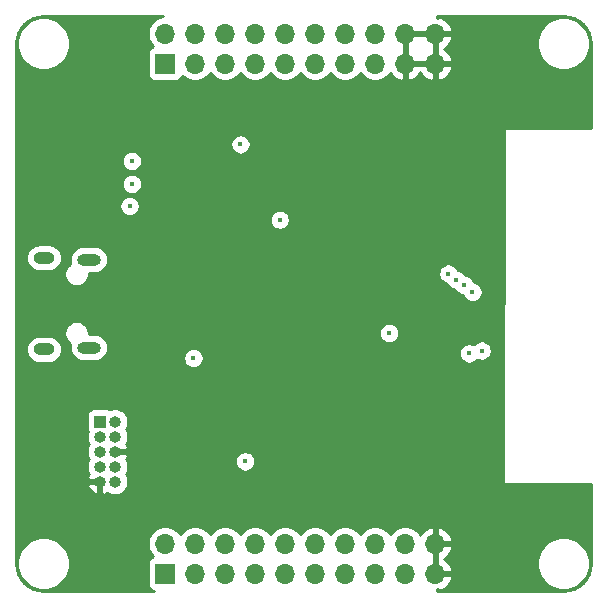
<source format=gbr>
%TF.GenerationSoftware,KiCad,Pcbnew,(5.1.12-1-10_14)*%
%TF.CreationDate,2022-01-30T11:35:25+08:00*%
%TF.ProjectId,bl600-sa-devboard,626c3630-302d-4736-912d-646576626f61,rev?*%
%TF.SameCoordinates,Original*%
%TF.FileFunction,Copper,L2,Inr*%
%TF.FilePolarity,Positive*%
%FSLAX46Y46*%
G04 Gerber Fmt 4.6, Leading zero omitted, Abs format (unit mm)*
G04 Created by KiCad (PCBNEW (5.1.12-1-10_14)) date 2022-01-30 11:35:25*
%MOMM*%
%LPD*%
G01*
G04 APERTURE LIST*
%TA.AperFunction,ComponentPad*%
%ADD10O,1.700000X1.700000*%
%TD*%
%TA.AperFunction,ComponentPad*%
%ADD11R,1.700000X1.700000*%
%TD*%
%TA.AperFunction,ComponentPad*%
%ADD12O,1.800000X1.000000*%
%TD*%
%TA.AperFunction,ComponentPad*%
%ADD13O,2.000000X1.000000*%
%TD*%
%TA.AperFunction,ComponentPad*%
%ADD14O,1.000000X1.000000*%
%TD*%
%TA.AperFunction,ComponentPad*%
%ADD15R,1.000000X1.000000*%
%TD*%
%TA.AperFunction,ViaPad*%
%ADD16C,0.450000*%
%TD*%
%TA.AperFunction,Conductor*%
%ADD17C,0.254000*%
%TD*%
%TA.AperFunction,Conductor*%
%ADD18C,0.100000*%
%TD*%
G04 APERTURE END LIST*
D10*
%TO.N,GND*%
%TO.C,J3*%
X136150000Y-52140000D03*
X136150000Y-54680000D03*
X133610000Y-52140000D03*
X133610000Y-54680000D03*
%TO.N,IO_17*%
X131070000Y-52140000D03*
%TO.N,IO_18*%
X131070000Y-54680000D03*
%TO.N,IO_19*%
X128530000Y-52140000D03*
%TO.N,IO_20*%
X128530000Y-54680000D03*
%TO.N,IO_21*%
X125990000Y-52140000D03*
%TO.N,IO_22*%
X125990000Y-54680000D03*
%TO.N,IO_23*%
X123450000Y-52140000D03*
%TO.N,IO_24*%
X123450000Y-54680000D03*
%TO.N,IO_25*%
X120910000Y-52140000D03*
%TO.N,IO_26*%
X120910000Y-54680000D03*
%TO.N,IO_27*%
X118370000Y-52140000D03*
%TO.N,IO_28*%
X118370000Y-54680000D03*
%TO.N,IO_29*%
X115830000Y-52140000D03*
%TO.N,IO_30*%
X115830000Y-54680000D03*
%TO.N,+3V3*%
X113290000Y-52140000D03*
D11*
X113290000Y-54680000D03*
%TD*%
D10*
%TO.N,GND*%
%TO.C,J2*%
X136150000Y-95320000D03*
X136150000Y-97860000D03*
%TO.N,IO_16*%
X133610000Y-95320000D03*
%TO.N,IO_15*%
X133610000Y-97860000D03*
%TO.N,IO_14*%
X131070000Y-95320000D03*
%TO.N,IO_13*%
X131070000Y-97860000D03*
%TO.N,IO_12*%
X128530000Y-95320000D03*
%TO.N,IO_11*%
X128530000Y-97860000D03*
%TO.N,IO_10*%
X125990000Y-95320000D03*
%TO.N,IO_9*%
X125990000Y-97860000D03*
%TO.N,IO_8*%
X123450000Y-95320000D03*
%TO.N,IO_7*%
X123450000Y-97860000D03*
%TO.N,IO_6*%
X120910000Y-95320000D03*
%TO.N,IO_5*%
X120910000Y-97860000D03*
%TO.N,IO_4*%
X118370000Y-95320000D03*
%TO.N,IO_3*%
X118370000Y-97860000D03*
%TO.N,IO_2*%
X115830000Y-95320000D03*
%TO.N,IO_1*%
X115830000Y-97860000D03*
%TO.N,IO_0*%
X113290000Y-95320000D03*
D11*
%TO.N,+3V3*%
X113290000Y-97860000D03*
%TD*%
D12*
%TO.N,Net-(J1-Pad0)*%
%TO.C,J1*%
X103050000Y-78875000D03*
X103050000Y-71125000D03*
D13*
X106850000Y-78725000D03*
X106850000Y-71275000D03*
%TD*%
D14*
%TO.N,GND*%
%TO.C,CON1*%
X107775000Y-90080000D03*
%TO.N,IO_4*%
X109045000Y-90080000D03*
%TO.N,SWCLK*%
X107775000Y-88810000D03*
%TO.N,IO_5*%
X109045000Y-88810000D03*
%TO.N,SWDIO*%
X107775000Y-87540000D03*
%TO.N,GND*%
X109045000Y-87540000D03*
%TO.N,+3V3*%
X107775000Y-86270000D03*
%TO.N,N/C*%
X109045000Y-86270000D03*
X109045000Y-85000000D03*
D15*
X107775000Y-85000000D03*
%TD*%
D16*
%TO.N,GND*%
X140600000Y-88630000D03*
X109240000Y-77050000D03*
X134960000Y-77350000D03*
X129320000Y-87490000D03*
X108830000Y-55140000D03*
X109770000Y-56460000D03*
X110400000Y-58440000D03*
X114640000Y-56830000D03*
X123830000Y-63680000D03*
X126190000Y-64920000D03*
X122970000Y-69430000D03*
X123570000Y-66600000D03*
X126460000Y-68030000D03*
X123570000Y-71920000D03*
X129590000Y-65950000D03*
X128340000Y-66980000D03*
X117600000Y-69910000D03*
X112450000Y-74850000D03*
X113610000Y-76610000D03*
X114900000Y-72610000D03*
X111030000Y-72350000D03*
X114510000Y-85670000D03*
X113810000Y-82840000D03*
X103030000Y-82910000D03*
X102390000Y-87400000D03*
X103740000Y-90670000D03*
X104440000Y-86050000D03*
X101680000Y-84960000D03*
X140430000Y-62320000D03*
X136390000Y-58400000D03*
X138120000Y-60330000D03*
X139790000Y-96320000D03*
X139850000Y-98690000D03*
X108290000Y-95670000D03*
X108030000Y-97920000D03*
X122530000Y-81050000D03*
%TO.N,+3V3*%
X110470000Y-64870000D03*
X110280000Y-66720000D03*
X110470000Y-62930000D03*
X132260000Y-77510000D03*
X122990000Y-67900000D03*
%TO.N,SWCLK*%
X140090000Y-78980000D03*
%TO.N,SWDIO*%
X139040000Y-79220000D03*
X115680000Y-79630000D03*
%TO.N,IO_16*%
X120060000Y-88360000D03*
%TO.N,IO_17*%
X139310000Y-74040000D03*
X119670000Y-61530000D03*
%TO.N,IO_18*%
X138620000Y-73440000D03*
%TO.N,IO_19*%
X137930000Y-72980000D03*
%TO.N,IO_20*%
X137270000Y-72460000D03*
%TD*%
D17*
%TO.N,GND*%
X112856842Y-50712068D02*
X112586589Y-50824010D01*
X112343368Y-50986525D01*
X112136525Y-51193368D01*
X111974010Y-51436589D01*
X111862068Y-51706842D01*
X111805000Y-51993740D01*
X111805000Y-52286260D01*
X111862068Y-52573158D01*
X111974010Y-52843411D01*
X112136525Y-53086632D01*
X112268380Y-53218487D01*
X112195820Y-53240498D01*
X112085506Y-53299463D01*
X111988815Y-53378815D01*
X111909463Y-53475506D01*
X111850498Y-53585820D01*
X111814188Y-53705518D01*
X111801928Y-53830000D01*
X111801928Y-55530000D01*
X111814188Y-55654482D01*
X111850498Y-55774180D01*
X111909463Y-55884494D01*
X111988815Y-55981185D01*
X112085506Y-56060537D01*
X112195820Y-56119502D01*
X112315518Y-56155812D01*
X112440000Y-56168072D01*
X114140000Y-56168072D01*
X114264482Y-56155812D01*
X114384180Y-56119502D01*
X114494494Y-56060537D01*
X114591185Y-55981185D01*
X114670537Y-55884494D01*
X114729502Y-55774180D01*
X114751513Y-55701620D01*
X114883368Y-55833475D01*
X115126589Y-55995990D01*
X115396842Y-56107932D01*
X115683740Y-56165000D01*
X115976260Y-56165000D01*
X116263158Y-56107932D01*
X116533411Y-55995990D01*
X116776632Y-55833475D01*
X116983475Y-55626632D01*
X117100000Y-55452240D01*
X117216525Y-55626632D01*
X117423368Y-55833475D01*
X117666589Y-55995990D01*
X117936842Y-56107932D01*
X118223740Y-56165000D01*
X118516260Y-56165000D01*
X118803158Y-56107932D01*
X119073411Y-55995990D01*
X119316632Y-55833475D01*
X119523475Y-55626632D01*
X119640000Y-55452240D01*
X119756525Y-55626632D01*
X119963368Y-55833475D01*
X120206589Y-55995990D01*
X120476842Y-56107932D01*
X120763740Y-56165000D01*
X121056260Y-56165000D01*
X121343158Y-56107932D01*
X121613411Y-55995990D01*
X121856632Y-55833475D01*
X122063475Y-55626632D01*
X122180000Y-55452240D01*
X122296525Y-55626632D01*
X122503368Y-55833475D01*
X122746589Y-55995990D01*
X123016842Y-56107932D01*
X123303740Y-56165000D01*
X123596260Y-56165000D01*
X123883158Y-56107932D01*
X124153411Y-55995990D01*
X124396632Y-55833475D01*
X124603475Y-55626632D01*
X124720000Y-55452240D01*
X124836525Y-55626632D01*
X125043368Y-55833475D01*
X125286589Y-55995990D01*
X125556842Y-56107932D01*
X125843740Y-56165000D01*
X126136260Y-56165000D01*
X126423158Y-56107932D01*
X126693411Y-55995990D01*
X126936632Y-55833475D01*
X127143475Y-55626632D01*
X127260000Y-55452240D01*
X127376525Y-55626632D01*
X127583368Y-55833475D01*
X127826589Y-55995990D01*
X128096842Y-56107932D01*
X128383740Y-56165000D01*
X128676260Y-56165000D01*
X128963158Y-56107932D01*
X129233411Y-55995990D01*
X129476632Y-55833475D01*
X129683475Y-55626632D01*
X129800000Y-55452240D01*
X129916525Y-55626632D01*
X130123368Y-55833475D01*
X130366589Y-55995990D01*
X130636842Y-56107932D01*
X130923740Y-56165000D01*
X131216260Y-56165000D01*
X131503158Y-56107932D01*
X131773411Y-55995990D01*
X132016632Y-55833475D01*
X132223475Y-55626632D01*
X132345195Y-55444466D01*
X132414822Y-55561355D01*
X132609731Y-55777588D01*
X132843080Y-55951641D01*
X133105901Y-56076825D01*
X133253110Y-56121476D01*
X133483000Y-56000155D01*
X133483000Y-54807000D01*
X133737000Y-54807000D01*
X133737000Y-56000155D01*
X133966890Y-56121476D01*
X134114099Y-56076825D01*
X134376920Y-55951641D01*
X134610269Y-55777588D01*
X134805178Y-55561355D01*
X134880000Y-55435745D01*
X134954822Y-55561355D01*
X135149731Y-55777588D01*
X135383080Y-55951641D01*
X135645901Y-56076825D01*
X135793110Y-56121476D01*
X136023000Y-56000155D01*
X136023000Y-54807000D01*
X136277000Y-54807000D01*
X136277000Y-56000155D01*
X136506890Y-56121476D01*
X136654099Y-56076825D01*
X136916920Y-55951641D01*
X137150269Y-55777588D01*
X137345178Y-55561355D01*
X137494157Y-55311252D01*
X137591481Y-55036891D01*
X137470814Y-54807000D01*
X136277000Y-54807000D01*
X136023000Y-54807000D01*
X133737000Y-54807000D01*
X133483000Y-54807000D01*
X133463000Y-54807000D01*
X133463000Y-54553000D01*
X133483000Y-54553000D01*
X133483000Y-52267000D01*
X133737000Y-52267000D01*
X133737000Y-54553000D01*
X136023000Y-54553000D01*
X136023000Y-52267000D01*
X136277000Y-52267000D01*
X136277000Y-54553000D01*
X137470814Y-54553000D01*
X137591481Y-54323109D01*
X137494157Y-54048748D01*
X137345178Y-53798645D01*
X137150269Y-53582412D01*
X136919120Y-53410000D01*
X137150269Y-53237588D01*
X137345178Y-53021355D01*
X137489022Y-52779872D01*
X144765000Y-52779872D01*
X144765000Y-53220128D01*
X144850890Y-53651925D01*
X145019369Y-54058669D01*
X145263962Y-54424729D01*
X145575271Y-54736038D01*
X145941331Y-54980631D01*
X146348075Y-55149110D01*
X146779872Y-55235000D01*
X147220128Y-55235000D01*
X147651925Y-55149110D01*
X148058669Y-54980631D01*
X148424729Y-54736038D01*
X148736038Y-54424729D01*
X148980631Y-54058669D01*
X149149110Y-53651925D01*
X149235000Y-53220128D01*
X149235000Y-52779872D01*
X149149110Y-52348075D01*
X148980631Y-51941331D01*
X148736038Y-51575271D01*
X148424729Y-51263962D01*
X148058669Y-51019369D01*
X147651925Y-50850890D01*
X147220128Y-50765000D01*
X146779872Y-50765000D01*
X146348075Y-50850890D01*
X145941331Y-51019369D01*
X145575271Y-51263962D01*
X145263962Y-51575271D01*
X145019369Y-51941331D01*
X144850890Y-52348075D01*
X144765000Y-52779872D01*
X137489022Y-52779872D01*
X137494157Y-52771252D01*
X137591481Y-52496891D01*
X137470814Y-52267000D01*
X136277000Y-52267000D01*
X136023000Y-52267000D01*
X133737000Y-52267000D01*
X133483000Y-52267000D01*
X133463000Y-52267000D01*
X133463000Y-52013000D01*
X133483000Y-52013000D01*
X133483000Y-51993000D01*
X133737000Y-51993000D01*
X133737000Y-52013000D01*
X136023000Y-52013000D01*
X136023000Y-51993000D01*
X136277000Y-51993000D01*
X136277000Y-52013000D01*
X137470814Y-52013000D01*
X137591481Y-51783109D01*
X137494157Y-51508748D01*
X137345178Y-51258645D01*
X137150269Y-51042412D01*
X136916920Y-50868359D01*
X136654099Y-50743175D01*
X136506890Y-50698524D01*
X136277002Y-50819844D01*
X136277002Y-50660000D01*
X146967721Y-50660000D01*
X147453893Y-50707670D01*
X147890498Y-50839489D01*
X148293185Y-51053600D01*
X148646612Y-51341848D01*
X148937327Y-51693261D01*
X149154242Y-52094439D01*
X149289106Y-52530113D01*
X149340000Y-53014344D01*
X149340000Y-60152146D01*
X142112047Y-60152146D01*
X142087688Y-60154504D01*
X142063840Y-60161651D01*
X142041844Y-60173314D01*
X142022546Y-60189043D01*
X142006687Y-60208235D01*
X141994878Y-60230152D01*
X141987571Y-60253952D01*
X141985048Y-60278721D01*
X141885048Y-90128721D01*
X141887536Y-90154168D01*
X141894810Y-90177978D01*
X141906589Y-90199911D01*
X141922421Y-90219125D01*
X141941698Y-90234881D01*
X141963677Y-90246574D01*
X141987516Y-90253754D01*
X142012297Y-90256146D01*
X149340001Y-90241721D01*
X149340001Y-96967711D01*
X149292330Y-97453894D01*
X149160512Y-97890497D01*
X148946399Y-98293186D01*
X148658150Y-98646613D01*
X148306739Y-98937327D01*
X147905564Y-99154240D01*
X147469886Y-99289106D01*
X146985664Y-99340000D01*
X136277002Y-99340000D01*
X136277002Y-99180156D01*
X136506890Y-99301476D01*
X136654099Y-99256825D01*
X136916920Y-99131641D01*
X137150269Y-98957588D01*
X137345178Y-98741355D01*
X137494157Y-98491252D01*
X137591481Y-98216891D01*
X137470814Y-97987000D01*
X136277000Y-97987000D01*
X136277000Y-98007000D01*
X136023000Y-98007000D01*
X136023000Y-97987000D01*
X136003000Y-97987000D01*
X136003000Y-97733000D01*
X136023000Y-97733000D01*
X136023000Y-95447000D01*
X136277000Y-95447000D01*
X136277000Y-97733000D01*
X137470814Y-97733000D01*
X137591481Y-97503109D01*
X137494157Y-97228748D01*
X137345178Y-96978645D01*
X137166008Y-96779872D01*
X144765000Y-96779872D01*
X144765000Y-97220128D01*
X144850890Y-97651925D01*
X145019369Y-98058669D01*
X145263962Y-98424729D01*
X145575271Y-98736038D01*
X145941331Y-98980631D01*
X146348075Y-99149110D01*
X146779872Y-99235000D01*
X147220128Y-99235000D01*
X147651925Y-99149110D01*
X148058669Y-98980631D01*
X148424729Y-98736038D01*
X148736038Y-98424729D01*
X148980631Y-98058669D01*
X149149110Y-97651925D01*
X149235000Y-97220128D01*
X149235000Y-96779872D01*
X149149110Y-96348075D01*
X148980631Y-95941331D01*
X148736038Y-95575271D01*
X148424729Y-95263962D01*
X148058669Y-95019369D01*
X147651925Y-94850890D01*
X147220128Y-94765000D01*
X146779872Y-94765000D01*
X146348075Y-94850890D01*
X145941331Y-95019369D01*
X145575271Y-95263962D01*
X145263962Y-95575271D01*
X145019369Y-95941331D01*
X144850890Y-96348075D01*
X144765000Y-96779872D01*
X137166008Y-96779872D01*
X137150269Y-96762412D01*
X136919120Y-96590000D01*
X137150269Y-96417588D01*
X137345178Y-96201355D01*
X137494157Y-95951252D01*
X137591481Y-95676891D01*
X137470814Y-95447000D01*
X136277000Y-95447000D01*
X136023000Y-95447000D01*
X136003000Y-95447000D01*
X136003000Y-95193000D01*
X136023000Y-95193000D01*
X136023000Y-93999845D01*
X136277000Y-93999845D01*
X136277000Y-95193000D01*
X137470814Y-95193000D01*
X137591481Y-94963109D01*
X137494157Y-94688748D01*
X137345178Y-94438645D01*
X137150269Y-94222412D01*
X136916920Y-94048359D01*
X136654099Y-93923175D01*
X136506890Y-93878524D01*
X136277000Y-93999845D01*
X136023000Y-93999845D01*
X135793110Y-93878524D01*
X135645901Y-93923175D01*
X135383080Y-94048359D01*
X135149731Y-94222412D01*
X134954822Y-94438645D01*
X134885195Y-94555534D01*
X134763475Y-94373368D01*
X134556632Y-94166525D01*
X134313411Y-94004010D01*
X134043158Y-93892068D01*
X133756260Y-93835000D01*
X133463740Y-93835000D01*
X133176842Y-93892068D01*
X132906589Y-94004010D01*
X132663368Y-94166525D01*
X132456525Y-94373368D01*
X132340000Y-94547760D01*
X132223475Y-94373368D01*
X132016632Y-94166525D01*
X131773411Y-94004010D01*
X131503158Y-93892068D01*
X131216260Y-93835000D01*
X130923740Y-93835000D01*
X130636842Y-93892068D01*
X130366589Y-94004010D01*
X130123368Y-94166525D01*
X129916525Y-94373368D01*
X129800000Y-94547760D01*
X129683475Y-94373368D01*
X129476632Y-94166525D01*
X129233411Y-94004010D01*
X128963158Y-93892068D01*
X128676260Y-93835000D01*
X128383740Y-93835000D01*
X128096842Y-93892068D01*
X127826589Y-94004010D01*
X127583368Y-94166525D01*
X127376525Y-94373368D01*
X127260000Y-94547760D01*
X127143475Y-94373368D01*
X126936632Y-94166525D01*
X126693411Y-94004010D01*
X126423158Y-93892068D01*
X126136260Y-93835000D01*
X125843740Y-93835000D01*
X125556842Y-93892068D01*
X125286589Y-94004010D01*
X125043368Y-94166525D01*
X124836525Y-94373368D01*
X124720000Y-94547760D01*
X124603475Y-94373368D01*
X124396632Y-94166525D01*
X124153411Y-94004010D01*
X123883158Y-93892068D01*
X123596260Y-93835000D01*
X123303740Y-93835000D01*
X123016842Y-93892068D01*
X122746589Y-94004010D01*
X122503368Y-94166525D01*
X122296525Y-94373368D01*
X122180000Y-94547760D01*
X122063475Y-94373368D01*
X121856632Y-94166525D01*
X121613411Y-94004010D01*
X121343158Y-93892068D01*
X121056260Y-93835000D01*
X120763740Y-93835000D01*
X120476842Y-93892068D01*
X120206589Y-94004010D01*
X119963368Y-94166525D01*
X119756525Y-94373368D01*
X119640000Y-94547760D01*
X119523475Y-94373368D01*
X119316632Y-94166525D01*
X119073411Y-94004010D01*
X118803158Y-93892068D01*
X118516260Y-93835000D01*
X118223740Y-93835000D01*
X117936842Y-93892068D01*
X117666589Y-94004010D01*
X117423368Y-94166525D01*
X117216525Y-94373368D01*
X117100000Y-94547760D01*
X116983475Y-94373368D01*
X116776632Y-94166525D01*
X116533411Y-94004010D01*
X116263158Y-93892068D01*
X115976260Y-93835000D01*
X115683740Y-93835000D01*
X115396842Y-93892068D01*
X115126589Y-94004010D01*
X114883368Y-94166525D01*
X114676525Y-94373368D01*
X114560000Y-94547760D01*
X114443475Y-94373368D01*
X114236632Y-94166525D01*
X113993411Y-94004010D01*
X113723158Y-93892068D01*
X113436260Y-93835000D01*
X113143740Y-93835000D01*
X112856842Y-93892068D01*
X112586589Y-94004010D01*
X112343368Y-94166525D01*
X112136525Y-94373368D01*
X111974010Y-94616589D01*
X111862068Y-94886842D01*
X111805000Y-95173740D01*
X111805000Y-95466260D01*
X111862068Y-95753158D01*
X111974010Y-96023411D01*
X112136525Y-96266632D01*
X112268380Y-96398487D01*
X112195820Y-96420498D01*
X112085506Y-96479463D01*
X111988815Y-96558815D01*
X111909463Y-96655506D01*
X111850498Y-96765820D01*
X111814188Y-96885518D01*
X111801928Y-97010000D01*
X111801928Y-98710000D01*
X111814188Y-98834482D01*
X111850498Y-98954180D01*
X111909463Y-99064494D01*
X111988815Y-99161185D01*
X112085506Y-99240537D01*
X112195820Y-99299502D01*
X112315518Y-99335812D01*
X112358041Y-99340000D01*
X103032279Y-99340000D01*
X102546106Y-99292330D01*
X102109503Y-99160512D01*
X101706814Y-98946399D01*
X101353387Y-98658150D01*
X101062673Y-98306739D01*
X100845760Y-97905564D01*
X100710894Y-97469886D01*
X100660000Y-96985664D01*
X100660000Y-96779872D01*
X100765000Y-96779872D01*
X100765000Y-97220128D01*
X100850890Y-97651925D01*
X101019369Y-98058669D01*
X101263962Y-98424729D01*
X101575271Y-98736038D01*
X101941331Y-98980631D01*
X102348075Y-99149110D01*
X102779872Y-99235000D01*
X103220128Y-99235000D01*
X103651925Y-99149110D01*
X104058669Y-98980631D01*
X104424729Y-98736038D01*
X104736038Y-98424729D01*
X104980631Y-98058669D01*
X105149110Y-97651925D01*
X105235000Y-97220128D01*
X105235000Y-96779872D01*
X105149110Y-96348075D01*
X104980631Y-95941331D01*
X104736038Y-95575271D01*
X104424729Y-95263962D01*
X104058669Y-95019369D01*
X103651925Y-94850890D01*
X103220128Y-94765000D01*
X102779872Y-94765000D01*
X102348075Y-94850890D01*
X101941331Y-95019369D01*
X101575271Y-95263962D01*
X101263962Y-95575271D01*
X101019369Y-95941331D01*
X100850890Y-96348075D01*
X100765000Y-96779872D01*
X100660000Y-96779872D01*
X100660000Y-90381874D01*
X106680881Y-90381874D01*
X106697554Y-90436864D01*
X106787877Y-90640206D01*
X106916135Y-90822020D01*
X107077399Y-90975318D01*
X107265471Y-91094210D01*
X107473124Y-91174126D01*
X107648000Y-91049129D01*
X107648000Y-90207000D01*
X106807046Y-90207000D01*
X106680881Y-90381874D01*
X100660000Y-90381874D01*
X100660000Y-84500000D01*
X106636928Y-84500000D01*
X106636928Y-85500000D01*
X106649188Y-85624482D01*
X106685498Y-85744180D01*
X106729888Y-85827226D01*
X106683617Y-85938933D01*
X106640000Y-86158212D01*
X106640000Y-86381788D01*
X106683617Y-86601067D01*
X106769176Y-86807624D01*
X106834241Y-86905000D01*
X106769176Y-87002376D01*
X106683617Y-87208933D01*
X106640000Y-87428212D01*
X106640000Y-87651788D01*
X106683617Y-87871067D01*
X106769176Y-88077624D01*
X106834241Y-88175000D01*
X106769176Y-88272376D01*
X106683617Y-88478933D01*
X106640000Y-88698212D01*
X106640000Y-88921788D01*
X106683617Y-89141067D01*
X106769176Y-89347624D01*
X106837353Y-89449658D01*
X106787877Y-89519794D01*
X106697554Y-89723136D01*
X106680881Y-89778126D01*
X106807046Y-89953000D01*
X107648000Y-89953000D01*
X107648000Y-89941974D01*
X107663212Y-89945000D01*
X107886788Y-89945000D01*
X107902000Y-89941974D01*
X107902000Y-89953000D01*
X107913026Y-89953000D01*
X107910000Y-89968212D01*
X107910000Y-90191788D01*
X107913026Y-90207000D01*
X107902000Y-90207000D01*
X107902000Y-91049129D01*
X108076876Y-91174126D01*
X108284529Y-91094210D01*
X108405488Y-91017744D01*
X108507376Y-91085824D01*
X108713933Y-91171383D01*
X108933212Y-91215000D01*
X109156788Y-91215000D01*
X109376067Y-91171383D01*
X109582624Y-91085824D01*
X109768520Y-90961612D01*
X109926612Y-90803520D01*
X110050824Y-90617624D01*
X110136383Y-90411067D01*
X110180000Y-90191788D01*
X110180000Y-89968212D01*
X110136383Y-89748933D01*
X110050824Y-89542376D01*
X109985759Y-89445000D01*
X110050824Y-89347624D01*
X110136383Y-89141067D01*
X110180000Y-88921788D01*
X110180000Y-88698212D01*
X110136383Y-88478933D01*
X110052034Y-88275297D01*
X119200000Y-88275297D01*
X119200000Y-88444703D01*
X119233049Y-88610853D01*
X119297878Y-88767363D01*
X119391995Y-88908218D01*
X119511782Y-89028005D01*
X119652637Y-89122122D01*
X119809147Y-89186951D01*
X119975297Y-89220000D01*
X120144703Y-89220000D01*
X120310853Y-89186951D01*
X120467363Y-89122122D01*
X120608218Y-89028005D01*
X120728005Y-88908218D01*
X120822122Y-88767363D01*
X120886951Y-88610853D01*
X120920000Y-88444703D01*
X120920000Y-88275297D01*
X120886951Y-88109147D01*
X120822122Y-87952637D01*
X120728005Y-87811782D01*
X120608218Y-87691995D01*
X120467363Y-87597878D01*
X120310853Y-87533049D01*
X120144703Y-87500000D01*
X119975297Y-87500000D01*
X119809147Y-87533049D01*
X119652637Y-87597878D01*
X119511782Y-87691995D01*
X119391995Y-87811782D01*
X119297878Y-87952637D01*
X119233049Y-88109147D01*
X119200000Y-88275297D01*
X110052034Y-88275297D01*
X110050824Y-88272376D01*
X109982647Y-88170342D01*
X110032123Y-88100206D01*
X110122446Y-87896864D01*
X110139119Y-87841874D01*
X110012954Y-87667000D01*
X109172000Y-87667000D01*
X109172000Y-87678026D01*
X109156788Y-87675000D01*
X108933212Y-87675000D01*
X108918000Y-87678026D01*
X108918000Y-87667000D01*
X108906974Y-87667000D01*
X108910000Y-87651788D01*
X108910000Y-87428212D01*
X108906974Y-87413000D01*
X108918000Y-87413000D01*
X108918000Y-87401974D01*
X108933212Y-87405000D01*
X109156788Y-87405000D01*
X109172000Y-87401974D01*
X109172000Y-87413000D01*
X110012954Y-87413000D01*
X110139119Y-87238126D01*
X110122446Y-87183136D01*
X110032123Y-86979794D01*
X109982647Y-86909658D01*
X110050824Y-86807624D01*
X110136383Y-86601067D01*
X110180000Y-86381788D01*
X110180000Y-86158212D01*
X110136383Y-85938933D01*
X110050824Y-85732376D01*
X109985759Y-85635000D01*
X110050824Y-85537624D01*
X110136383Y-85331067D01*
X110180000Y-85111788D01*
X110180000Y-84888212D01*
X110136383Y-84668933D01*
X110050824Y-84462376D01*
X109926612Y-84276480D01*
X109768520Y-84118388D01*
X109582624Y-83994176D01*
X109376067Y-83908617D01*
X109156788Y-83865000D01*
X108933212Y-83865000D01*
X108713933Y-83908617D01*
X108602226Y-83954888D01*
X108519180Y-83910498D01*
X108399482Y-83874188D01*
X108275000Y-83861928D01*
X107275000Y-83861928D01*
X107150518Y-83874188D01*
X107030820Y-83910498D01*
X106920506Y-83969463D01*
X106823815Y-84048815D01*
X106744463Y-84145506D01*
X106685498Y-84255820D01*
X106649188Y-84375518D01*
X106636928Y-84500000D01*
X100660000Y-84500000D01*
X100660000Y-78875000D01*
X101509509Y-78875000D01*
X101531423Y-79097499D01*
X101596324Y-79311447D01*
X101701716Y-79508623D01*
X101843551Y-79681449D01*
X102016377Y-79823284D01*
X102213553Y-79928676D01*
X102427501Y-79993577D01*
X102594248Y-80010000D01*
X103505752Y-80010000D01*
X103672499Y-79993577D01*
X103886447Y-79928676D01*
X104083623Y-79823284D01*
X104256449Y-79681449D01*
X104398284Y-79508623D01*
X104503676Y-79311447D01*
X104568577Y-79097499D01*
X104590491Y-78875000D01*
X104568577Y-78652501D01*
X104503676Y-78438553D01*
X104398284Y-78241377D01*
X104256449Y-78068551D01*
X104083623Y-77926716D01*
X103886447Y-77821324D01*
X103672499Y-77756423D01*
X103505752Y-77740000D01*
X102594248Y-77740000D01*
X102427501Y-77756423D01*
X102213553Y-77821324D01*
X102016377Y-77926716D01*
X101843551Y-78068551D01*
X101701716Y-78241377D01*
X101596324Y-78438553D01*
X101531423Y-78652501D01*
X101509509Y-78875000D01*
X100660000Y-78875000D01*
X100660000Y-77398061D01*
X104765000Y-77398061D01*
X104765000Y-77601939D01*
X104804774Y-77801898D01*
X104882795Y-77990256D01*
X104996063Y-78159774D01*
X105140226Y-78303937D01*
X105266136Y-78388067D01*
X105231423Y-78502501D01*
X105209509Y-78725000D01*
X105231423Y-78947499D01*
X105296324Y-79161447D01*
X105401716Y-79358623D01*
X105543551Y-79531449D01*
X105716377Y-79673284D01*
X105913553Y-79778676D01*
X106127501Y-79843577D01*
X106294248Y-79860000D01*
X107405752Y-79860000D01*
X107572499Y-79843577D01*
X107786447Y-79778676D01*
X107983623Y-79673284D01*
X108139575Y-79545297D01*
X114820000Y-79545297D01*
X114820000Y-79714703D01*
X114853049Y-79880853D01*
X114917878Y-80037363D01*
X115011995Y-80178218D01*
X115131782Y-80298005D01*
X115272637Y-80392122D01*
X115429147Y-80456951D01*
X115595297Y-80490000D01*
X115764703Y-80490000D01*
X115930853Y-80456951D01*
X116087363Y-80392122D01*
X116228218Y-80298005D01*
X116348005Y-80178218D01*
X116442122Y-80037363D01*
X116506951Y-79880853D01*
X116540000Y-79714703D01*
X116540000Y-79545297D01*
X116506951Y-79379147D01*
X116442122Y-79222637D01*
X116383763Y-79135297D01*
X138180000Y-79135297D01*
X138180000Y-79304703D01*
X138213049Y-79470853D01*
X138277878Y-79627363D01*
X138371995Y-79768218D01*
X138491782Y-79888005D01*
X138632637Y-79982122D01*
X138789147Y-80046951D01*
X138955297Y-80080000D01*
X139124703Y-80080000D01*
X139290853Y-80046951D01*
X139447363Y-79982122D01*
X139588218Y-79888005D01*
X139708005Y-79768218D01*
X139716163Y-79756009D01*
X139839147Y-79806951D01*
X140005297Y-79840000D01*
X140174703Y-79840000D01*
X140340853Y-79806951D01*
X140497363Y-79742122D01*
X140638218Y-79648005D01*
X140758005Y-79528218D01*
X140852122Y-79387363D01*
X140916951Y-79230853D01*
X140950000Y-79064703D01*
X140950000Y-78895297D01*
X140916951Y-78729147D01*
X140852122Y-78572637D01*
X140758005Y-78431782D01*
X140638218Y-78311995D01*
X140497363Y-78217878D01*
X140340853Y-78153049D01*
X140174703Y-78120000D01*
X140005297Y-78120000D01*
X139839147Y-78153049D01*
X139682637Y-78217878D01*
X139541782Y-78311995D01*
X139421995Y-78431782D01*
X139413837Y-78443991D01*
X139290853Y-78393049D01*
X139124703Y-78360000D01*
X138955297Y-78360000D01*
X138789147Y-78393049D01*
X138632637Y-78457878D01*
X138491782Y-78551995D01*
X138371995Y-78671782D01*
X138277878Y-78812637D01*
X138213049Y-78969147D01*
X138180000Y-79135297D01*
X116383763Y-79135297D01*
X116348005Y-79081782D01*
X116228218Y-78961995D01*
X116087363Y-78867878D01*
X115930853Y-78803049D01*
X115764703Y-78770000D01*
X115595297Y-78770000D01*
X115429147Y-78803049D01*
X115272637Y-78867878D01*
X115131782Y-78961995D01*
X115011995Y-79081782D01*
X114917878Y-79222637D01*
X114853049Y-79379147D01*
X114820000Y-79545297D01*
X108139575Y-79545297D01*
X108156449Y-79531449D01*
X108298284Y-79358623D01*
X108403676Y-79161447D01*
X108468577Y-78947499D01*
X108490491Y-78725000D01*
X108468577Y-78502501D01*
X108403676Y-78288553D01*
X108298284Y-78091377D01*
X108156449Y-77918551D01*
X107983623Y-77776716D01*
X107786447Y-77671324D01*
X107572499Y-77606423D01*
X107405752Y-77590000D01*
X106835000Y-77590000D01*
X106835000Y-77425297D01*
X131400000Y-77425297D01*
X131400000Y-77594703D01*
X131433049Y-77760853D01*
X131497878Y-77917363D01*
X131591995Y-78058218D01*
X131711782Y-78178005D01*
X131852637Y-78272122D01*
X132009147Y-78336951D01*
X132175297Y-78370000D01*
X132344703Y-78370000D01*
X132510853Y-78336951D01*
X132667363Y-78272122D01*
X132808218Y-78178005D01*
X132928005Y-78058218D01*
X133022122Y-77917363D01*
X133086951Y-77760853D01*
X133120000Y-77594703D01*
X133120000Y-77425297D01*
X133086951Y-77259147D01*
X133022122Y-77102637D01*
X132928005Y-76961782D01*
X132808218Y-76841995D01*
X132667363Y-76747878D01*
X132510853Y-76683049D01*
X132344703Y-76650000D01*
X132175297Y-76650000D01*
X132009147Y-76683049D01*
X131852637Y-76747878D01*
X131711782Y-76841995D01*
X131591995Y-76961782D01*
X131497878Y-77102637D01*
X131433049Y-77259147D01*
X131400000Y-77425297D01*
X106835000Y-77425297D01*
X106835000Y-77398061D01*
X106795226Y-77198102D01*
X106717205Y-77009744D01*
X106603937Y-76840226D01*
X106459774Y-76696063D01*
X106290256Y-76582795D01*
X106101898Y-76504774D01*
X105901939Y-76465000D01*
X105698061Y-76465000D01*
X105498102Y-76504774D01*
X105309744Y-76582795D01*
X105140226Y-76696063D01*
X104996063Y-76840226D01*
X104882795Y-77009744D01*
X104804774Y-77198102D01*
X104765000Y-77398061D01*
X100660000Y-77398061D01*
X100660000Y-72398061D01*
X104765000Y-72398061D01*
X104765000Y-72601939D01*
X104804774Y-72801898D01*
X104882795Y-72990256D01*
X104996063Y-73159774D01*
X105140226Y-73303937D01*
X105309744Y-73417205D01*
X105498102Y-73495226D01*
X105698061Y-73535000D01*
X105901939Y-73535000D01*
X106101898Y-73495226D01*
X106290256Y-73417205D01*
X106459774Y-73303937D01*
X106603937Y-73159774D01*
X106717205Y-72990256D01*
X106795226Y-72801898D01*
X106835000Y-72601939D01*
X106835000Y-72410000D01*
X107405752Y-72410000D01*
X107572499Y-72393577D01*
X107632759Y-72375297D01*
X136410000Y-72375297D01*
X136410000Y-72544703D01*
X136443049Y-72710853D01*
X136507878Y-72867363D01*
X136601995Y-73008218D01*
X136721782Y-73128005D01*
X136862637Y-73222122D01*
X137019147Y-73286951D01*
X137135906Y-73310176D01*
X137167878Y-73387363D01*
X137261995Y-73528218D01*
X137381782Y-73648005D01*
X137522637Y-73742122D01*
X137679147Y-73806951D01*
X137845297Y-73840000D01*
X137854828Y-73840000D01*
X137857878Y-73847363D01*
X137951995Y-73988218D01*
X138071782Y-74108005D01*
X138212637Y-74202122D01*
X138369147Y-74266951D01*
X138482791Y-74289556D01*
X138483049Y-74290853D01*
X138547878Y-74447363D01*
X138641995Y-74588218D01*
X138761782Y-74708005D01*
X138902637Y-74802122D01*
X139059147Y-74866951D01*
X139225297Y-74900000D01*
X139394703Y-74900000D01*
X139560853Y-74866951D01*
X139717363Y-74802122D01*
X139858218Y-74708005D01*
X139978005Y-74588218D01*
X140072122Y-74447363D01*
X140136951Y-74290853D01*
X140170000Y-74124703D01*
X140170000Y-73955297D01*
X140136951Y-73789147D01*
X140072122Y-73632637D01*
X139978005Y-73491782D01*
X139858218Y-73371995D01*
X139717363Y-73277878D01*
X139560853Y-73213049D01*
X139447209Y-73190444D01*
X139446951Y-73189147D01*
X139382122Y-73032637D01*
X139288005Y-72891782D01*
X139168218Y-72771995D01*
X139027363Y-72677878D01*
X138870853Y-72613049D01*
X138704703Y-72580000D01*
X138695172Y-72580000D01*
X138692122Y-72572637D01*
X138598005Y-72431782D01*
X138478218Y-72311995D01*
X138337363Y-72217878D01*
X138180853Y-72153049D01*
X138064094Y-72129824D01*
X138032122Y-72052637D01*
X137938005Y-71911782D01*
X137818218Y-71791995D01*
X137677363Y-71697878D01*
X137520853Y-71633049D01*
X137354703Y-71600000D01*
X137185297Y-71600000D01*
X137019147Y-71633049D01*
X136862637Y-71697878D01*
X136721782Y-71791995D01*
X136601995Y-71911782D01*
X136507878Y-72052637D01*
X136443049Y-72209147D01*
X136410000Y-72375297D01*
X107632759Y-72375297D01*
X107786447Y-72328676D01*
X107983623Y-72223284D01*
X108156449Y-72081449D01*
X108298284Y-71908623D01*
X108403676Y-71711447D01*
X108468577Y-71497499D01*
X108490491Y-71275000D01*
X108468577Y-71052501D01*
X108403676Y-70838553D01*
X108298284Y-70641377D01*
X108156449Y-70468551D01*
X107983623Y-70326716D01*
X107786447Y-70221324D01*
X107572499Y-70156423D01*
X107405752Y-70140000D01*
X106294248Y-70140000D01*
X106127501Y-70156423D01*
X105913553Y-70221324D01*
X105716377Y-70326716D01*
X105543551Y-70468551D01*
X105401716Y-70641377D01*
X105296324Y-70838553D01*
X105231423Y-71052501D01*
X105209509Y-71275000D01*
X105231423Y-71497499D01*
X105266136Y-71611933D01*
X105140226Y-71696063D01*
X104996063Y-71840226D01*
X104882795Y-72009744D01*
X104804774Y-72198102D01*
X104765000Y-72398061D01*
X100660000Y-72398061D01*
X100660000Y-71125000D01*
X101509509Y-71125000D01*
X101531423Y-71347499D01*
X101596324Y-71561447D01*
X101701716Y-71758623D01*
X101843551Y-71931449D01*
X102016377Y-72073284D01*
X102213553Y-72178676D01*
X102427501Y-72243577D01*
X102594248Y-72260000D01*
X103505752Y-72260000D01*
X103672499Y-72243577D01*
X103886447Y-72178676D01*
X104083623Y-72073284D01*
X104256449Y-71931449D01*
X104398284Y-71758623D01*
X104503676Y-71561447D01*
X104568577Y-71347499D01*
X104590491Y-71125000D01*
X104568577Y-70902501D01*
X104503676Y-70688553D01*
X104398284Y-70491377D01*
X104256449Y-70318551D01*
X104083623Y-70176716D01*
X103886447Y-70071324D01*
X103672499Y-70006423D01*
X103505752Y-69990000D01*
X102594248Y-69990000D01*
X102427501Y-70006423D01*
X102213553Y-70071324D01*
X102016377Y-70176716D01*
X101843551Y-70318551D01*
X101701716Y-70491377D01*
X101596324Y-70688553D01*
X101531423Y-70902501D01*
X101509509Y-71125000D01*
X100660000Y-71125000D01*
X100660000Y-67815297D01*
X122130000Y-67815297D01*
X122130000Y-67984703D01*
X122163049Y-68150853D01*
X122227878Y-68307363D01*
X122321995Y-68448218D01*
X122441782Y-68568005D01*
X122582637Y-68662122D01*
X122739147Y-68726951D01*
X122905297Y-68760000D01*
X123074703Y-68760000D01*
X123240853Y-68726951D01*
X123397363Y-68662122D01*
X123538218Y-68568005D01*
X123658005Y-68448218D01*
X123752122Y-68307363D01*
X123816951Y-68150853D01*
X123850000Y-67984703D01*
X123850000Y-67815297D01*
X123816951Y-67649147D01*
X123752122Y-67492637D01*
X123658005Y-67351782D01*
X123538218Y-67231995D01*
X123397363Y-67137878D01*
X123240853Y-67073049D01*
X123074703Y-67040000D01*
X122905297Y-67040000D01*
X122739147Y-67073049D01*
X122582637Y-67137878D01*
X122441782Y-67231995D01*
X122321995Y-67351782D01*
X122227878Y-67492637D01*
X122163049Y-67649147D01*
X122130000Y-67815297D01*
X100660000Y-67815297D01*
X100660000Y-66635297D01*
X109420000Y-66635297D01*
X109420000Y-66804703D01*
X109453049Y-66970853D01*
X109517878Y-67127363D01*
X109611995Y-67268218D01*
X109731782Y-67388005D01*
X109872637Y-67482122D01*
X110029147Y-67546951D01*
X110195297Y-67580000D01*
X110364703Y-67580000D01*
X110530853Y-67546951D01*
X110687363Y-67482122D01*
X110828218Y-67388005D01*
X110948005Y-67268218D01*
X111042122Y-67127363D01*
X111106951Y-66970853D01*
X111140000Y-66804703D01*
X111140000Y-66635297D01*
X111106951Y-66469147D01*
X111042122Y-66312637D01*
X110948005Y-66171782D01*
X110828218Y-66051995D01*
X110687363Y-65957878D01*
X110530853Y-65893049D01*
X110364703Y-65860000D01*
X110195297Y-65860000D01*
X110029147Y-65893049D01*
X109872637Y-65957878D01*
X109731782Y-66051995D01*
X109611995Y-66171782D01*
X109517878Y-66312637D01*
X109453049Y-66469147D01*
X109420000Y-66635297D01*
X100660000Y-66635297D01*
X100660000Y-64785297D01*
X109610000Y-64785297D01*
X109610000Y-64954703D01*
X109643049Y-65120853D01*
X109707878Y-65277363D01*
X109801995Y-65418218D01*
X109921782Y-65538005D01*
X110062637Y-65632122D01*
X110219147Y-65696951D01*
X110385297Y-65730000D01*
X110554703Y-65730000D01*
X110720853Y-65696951D01*
X110877363Y-65632122D01*
X111018218Y-65538005D01*
X111138005Y-65418218D01*
X111232122Y-65277363D01*
X111296951Y-65120853D01*
X111330000Y-64954703D01*
X111330000Y-64785297D01*
X111296951Y-64619147D01*
X111232122Y-64462637D01*
X111138005Y-64321782D01*
X111018218Y-64201995D01*
X110877363Y-64107878D01*
X110720853Y-64043049D01*
X110554703Y-64010000D01*
X110385297Y-64010000D01*
X110219147Y-64043049D01*
X110062637Y-64107878D01*
X109921782Y-64201995D01*
X109801995Y-64321782D01*
X109707878Y-64462637D01*
X109643049Y-64619147D01*
X109610000Y-64785297D01*
X100660000Y-64785297D01*
X100660000Y-62845297D01*
X109610000Y-62845297D01*
X109610000Y-63014703D01*
X109643049Y-63180853D01*
X109707878Y-63337363D01*
X109801995Y-63478218D01*
X109921782Y-63598005D01*
X110062637Y-63692122D01*
X110219147Y-63756951D01*
X110385297Y-63790000D01*
X110554703Y-63790000D01*
X110720853Y-63756951D01*
X110877363Y-63692122D01*
X111018218Y-63598005D01*
X111138005Y-63478218D01*
X111232122Y-63337363D01*
X111296951Y-63180853D01*
X111330000Y-63014703D01*
X111330000Y-62845297D01*
X111296951Y-62679147D01*
X111232122Y-62522637D01*
X111138005Y-62381782D01*
X111018218Y-62261995D01*
X110877363Y-62167878D01*
X110720853Y-62103049D01*
X110554703Y-62070000D01*
X110385297Y-62070000D01*
X110219147Y-62103049D01*
X110062637Y-62167878D01*
X109921782Y-62261995D01*
X109801995Y-62381782D01*
X109707878Y-62522637D01*
X109643049Y-62679147D01*
X109610000Y-62845297D01*
X100660000Y-62845297D01*
X100660000Y-61445297D01*
X118810000Y-61445297D01*
X118810000Y-61614703D01*
X118843049Y-61780853D01*
X118907878Y-61937363D01*
X119001995Y-62078218D01*
X119121782Y-62198005D01*
X119262637Y-62292122D01*
X119419147Y-62356951D01*
X119585297Y-62390000D01*
X119754703Y-62390000D01*
X119920853Y-62356951D01*
X120077363Y-62292122D01*
X120218218Y-62198005D01*
X120338005Y-62078218D01*
X120432122Y-61937363D01*
X120496951Y-61780853D01*
X120530000Y-61614703D01*
X120530000Y-61445297D01*
X120496951Y-61279147D01*
X120432122Y-61122637D01*
X120338005Y-60981782D01*
X120218218Y-60861995D01*
X120077363Y-60767878D01*
X119920853Y-60703049D01*
X119754703Y-60670000D01*
X119585297Y-60670000D01*
X119419147Y-60703049D01*
X119262637Y-60767878D01*
X119121782Y-60861995D01*
X119001995Y-60981782D01*
X118907878Y-61122637D01*
X118843049Y-61279147D01*
X118810000Y-61445297D01*
X100660000Y-61445297D01*
X100660000Y-53032279D01*
X100684748Y-52779872D01*
X100765000Y-52779872D01*
X100765000Y-53220128D01*
X100850890Y-53651925D01*
X101019369Y-54058669D01*
X101263962Y-54424729D01*
X101575271Y-54736038D01*
X101941331Y-54980631D01*
X102348075Y-55149110D01*
X102779872Y-55235000D01*
X103220128Y-55235000D01*
X103651925Y-55149110D01*
X104058669Y-54980631D01*
X104424729Y-54736038D01*
X104736038Y-54424729D01*
X104980631Y-54058669D01*
X105149110Y-53651925D01*
X105235000Y-53220128D01*
X105235000Y-52779872D01*
X105149110Y-52348075D01*
X104980631Y-51941331D01*
X104736038Y-51575271D01*
X104424729Y-51263962D01*
X104058669Y-51019369D01*
X103651925Y-50850890D01*
X103220128Y-50765000D01*
X102779872Y-50765000D01*
X102348075Y-50850890D01*
X101941331Y-51019369D01*
X101575271Y-51263962D01*
X101263962Y-51575271D01*
X101019369Y-51941331D01*
X100850890Y-52348075D01*
X100765000Y-52779872D01*
X100684748Y-52779872D01*
X100707670Y-52546107D01*
X100839489Y-52109502D01*
X101053600Y-51706815D01*
X101341848Y-51353388D01*
X101693261Y-51062673D01*
X102094439Y-50845758D01*
X102530113Y-50710894D01*
X103014344Y-50660000D01*
X113118603Y-50660000D01*
X112856842Y-50712068D01*
%TA.AperFunction,Conductor*%
D18*
G36*
X112856842Y-50712068D02*
G01*
X112586589Y-50824010D01*
X112343368Y-50986525D01*
X112136525Y-51193368D01*
X111974010Y-51436589D01*
X111862068Y-51706842D01*
X111805000Y-51993740D01*
X111805000Y-52286260D01*
X111862068Y-52573158D01*
X111974010Y-52843411D01*
X112136525Y-53086632D01*
X112268380Y-53218487D01*
X112195820Y-53240498D01*
X112085506Y-53299463D01*
X111988815Y-53378815D01*
X111909463Y-53475506D01*
X111850498Y-53585820D01*
X111814188Y-53705518D01*
X111801928Y-53830000D01*
X111801928Y-55530000D01*
X111814188Y-55654482D01*
X111850498Y-55774180D01*
X111909463Y-55884494D01*
X111988815Y-55981185D01*
X112085506Y-56060537D01*
X112195820Y-56119502D01*
X112315518Y-56155812D01*
X112440000Y-56168072D01*
X114140000Y-56168072D01*
X114264482Y-56155812D01*
X114384180Y-56119502D01*
X114494494Y-56060537D01*
X114591185Y-55981185D01*
X114670537Y-55884494D01*
X114729502Y-55774180D01*
X114751513Y-55701620D01*
X114883368Y-55833475D01*
X115126589Y-55995990D01*
X115396842Y-56107932D01*
X115683740Y-56165000D01*
X115976260Y-56165000D01*
X116263158Y-56107932D01*
X116533411Y-55995990D01*
X116776632Y-55833475D01*
X116983475Y-55626632D01*
X117100000Y-55452240D01*
X117216525Y-55626632D01*
X117423368Y-55833475D01*
X117666589Y-55995990D01*
X117936842Y-56107932D01*
X118223740Y-56165000D01*
X118516260Y-56165000D01*
X118803158Y-56107932D01*
X119073411Y-55995990D01*
X119316632Y-55833475D01*
X119523475Y-55626632D01*
X119640000Y-55452240D01*
X119756525Y-55626632D01*
X119963368Y-55833475D01*
X120206589Y-55995990D01*
X120476842Y-56107932D01*
X120763740Y-56165000D01*
X121056260Y-56165000D01*
X121343158Y-56107932D01*
X121613411Y-55995990D01*
X121856632Y-55833475D01*
X122063475Y-55626632D01*
X122180000Y-55452240D01*
X122296525Y-55626632D01*
X122503368Y-55833475D01*
X122746589Y-55995990D01*
X123016842Y-56107932D01*
X123303740Y-56165000D01*
X123596260Y-56165000D01*
X123883158Y-56107932D01*
X124153411Y-55995990D01*
X124396632Y-55833475D01*
X124603475Y-55626632D01*
X124720000Y-55452240D01*
X124836525Y-55626632D01*
X125043368Y-55833475D01*
X125286589Y-55995990D01*
X125556842Y-56107932D01*
X125843740Y-56165000D01*
X126136260Y-56165000D01*
X126423158Y-56107932D01*
X126693411Y-55995990D01*
X126936632Y-55833475D01*
X127143475Y-55626632D01*
X127260000Y-55452240D01*
X127376525Y-55626632D01*
X127583368Y-55833475D01*
X127826589Y-55995990D01*
X128096842Y-56107932D01*
X128383740Y-56165000D01*
X128676260Y-56165000D01*
X128963158Y-56107932D01*
X129233411Y-55995990D01*
X129476632Y-55833475D01*
X129683475Y-55626632D01*
X129800000Y-55452240D01*
X129916525Y-55626632D01*
X130123368Y-55833475D01*
X130366589Y-55995990D01*
X130636842Y-56107932D01*
X130923740Y-56165000D01*
X131216260Y-56165000D01*
X131503158Y-56107932D01*
X131773411Y-55995990D01*
X132016632Y-55833475D01*
X132223475Y-55626632D01*
X132345195Y-55444466D01*
X132414822Y-55561355D01*
X132609731Y-55777588D01*
X132843080Y-55951641D01*
X133105901Y-56076825D01*
X133253110Y-56121476D01*
X133483000Y-56000155D01*
X133483000Y-54807000D01*
X133737000Y-54807000D01*
X133737000Y-56000155D01*
X133966890Y-56121476D01*
X134114099Y-56076825D01*
X134376920Y-55951641D01*
X134610269Y-55777588D01*
X134805178Y-55561355D01*
X134880000Y-55435745D01*
X134954822Y-55561355D01*
X135149731Y-55777588D01*
X135383080Y-55951641D01*
X135645901Y-56076825D01*
X135793110Y-56121476D01*
X136023000Y-56000155D01*
X136023000Y-54807000D01*
X136277000Y-54807000D01*
X136277000Y-56000155D01*
X136506890Y-56121476D01*
X136654099Y-56076825D01*
X136916920Y-55951641D01*
X137150269Y-55777588D01*
X137345178Y-55561355D01*
X137494157Y-55311252D01*
X137591481Y-55036891D01*
X137470814Y-54807000D01*
X136277000Y-54807000D01*
X136023000Y-54807000D01*
X133737000Y-54807000D01*
X133483000Y-54807000D01*
X133463000Y-54807000D01*
X133463000Y-54553000D01*
X133483000Y-54553000D01*
X133483000Y-52267000D01*
X133737000Y-52267000D01*
X133737000Y-54553000D01*
X136023000Y-54553000D01*
X136023000Y-52267000D01*
X136277000Y-52267000D01*
X136277000Y-54553000D01*
X137470814Y-54553000D01*
X137591481Y-54323109D01*
X137494157Y-54048748D01*
X137345178Y-53798645D01*
X137150269Y-53582412D01*
X136919120Y-53410000D01*
X137150269Y-53237588D01*
X137345178Y-53021355D01*
X137489022Y-52779872D01*
X144765000Y-52779872D01*
X144765000Y-53220128D01*
X144850890Y-53651925D01*
X145019369Y-54058669D01*
X145263962Y-54424729D01*
X145575271Y-54736038D01*
X145941331Y-54980631D01*
X146348075Y-55149110D01*
X146779872Y-55235000D01*
X147220128Y-55235000D01*
X147651925Y-55149110D01*
X148058669Y-54980631D01*
X148424729Y-54736038D01*
X148736038Y-54424729D01*
X148980631Y-54058669D01*
X149149110Y-53651925D01*
X149235000Y-53220128D01*
X149235000Y-52779872D01*
X149149110Y-52348075D01*
X148980631Y-51941331D01*
X148736038Y-51575271D01*
X148424729Y-51263962D01*
X148058669Y-51019369D01*
X147651925Y-50850890D01*
X147220128Y-50765000D01*
X146779872Y-50765000D01*
X146348075Y-50850890D01*
X145941331Y-51019369D01*
X145575271Y-51263962D01*
X145263962Y-51575271D01*
X145019369Y-51941331D01*
X144850890Y-52348075D01*
X144765000Y-52779872D01*
X137489022Y-52779872D01*
X137494157Y-52771252D01*
X137591481Y-52496891D01*
X137470814Y-52267000D01*
X136277000Y-52267000D01*
X136023000Y-52267000D01*
X133737000Y-52267000D01*
X133483000Y-52267000D01*
X133463000Y-52267000D01*
X133463000Y-52013000D01*
X133483000Y-52013000D01*
X133483000Y-51993000D01*
X133737000Y-51993000D01*
X133737000Y-52013000D01*
X136023000Y-52013000D01*
X136023000Y-51993000D01*
X136277000Y-51993000D01*
X136277000Y-52013000D01*
X137470814Y-52013000D01*
X137591481Y-51783109D01*
X137494157Y-51508748D01*
X137345178Y-51258645D01*
X137150269Y-51042412D01*
X136916920Y-50868359D01*
X136654099Y-50743175D01*
X136506890Y-50698524D01*
X136277002Y-50819844D01*
X136277002Y-50660000D01*
X146967721Y-50660000D01*
X147453893Y-50707670D01*
X147890498Y-50839489D01*
X148293185Y-51053600D01*
X148646612Y-51341848D01*
X148937327Y-51693261D01*
X149154242Y-52094439D01*
X149289106Y-52530113D01*
X149340000Y-53014344D01*
X149340000Y-60152146D01*
X142112047Y-60152146D01*
X142087688Y-60154504D01*
X142063840Y-60161651D01*
X142041844Y-60173314D01*
X142022546Y-60189043D01*
X142006687Y-60208235D01*
X141994878Y-60230152D01*
X141987571Y-60253952D01*
X141985048Y-60278721D01*
X141885048Y-90128721D01*
X141887536Y-90154168D01*
X141894810Y-90177978D01*
X141906589Y-90199911D01*
X141922421Y-90219125D01*
X141941698Y-90234881D01*
X141963677Y-90246574D01*
X141987516Y-90253754D01*
X142012297Y-90256146D01*
X149340001Y-90241721D01*
X149340001Y-96967711D01*
X149292330Y-97453894D01*
X149160512Y-97890497D01*
X148946399Y-98293186D01*
X148658150Y-98646613D01*
X148306739Y-98937327D01*
X147905564Y-99154240D01*
X147469886Y-99289106D01*
X146985664Y-99340000D01*
X136277002Y-99340000D01*
X136277002Y-99180156D01*
X136506890Y-99301476D01*
X136654099Y-99256825D01*
X136916920Y-99131641D01*
X137150269Y-98957588D01*
X137345178Y-98741355D01*
X137494157Y-98491252D01*
X137591481Y-98216891D01*
X137470814Y-97987000D01*
X136277000Y-97987000D01*
X136277000Y-98007000D01*
X136023000Y-98007000D01*
X136023000Y-97987000D01*
X136003000Y-97987000D01*
X136003000Y-97733000D01*
X136023000Y-97733000D01*
X136023000Y-95447000D01*
X136277000Y-95447000D01*
X136277000Y-97733000D01*
X137470814Y-97733000D01*
X137591481Y-97503109D01*
X137494157Y-97228748D01*
X137345178Y-96978645D01*
X137166008Y-96779872D01*
X144765000Y-96779872D01*
X144765000Y-97220128D01*
X144850890Y-97651925D01*
X145019369Y-98058669D01*
X145263962Y-98424729D01*
X145575271Y-98736038D01*
X145941331Y-98980631D01*
X146348075Y-99149110D01*
X146779872Y-99235000D01*
X147220128Y-99235000D01*
X147651925Y-99149110D01*
X148058669Y-98980631D01*
X148424729Y-98736038D01*
X148736038Y-98424729D01*
X148980631Y-98058669D01*
X149149110Y-97651925D01*
X149235000Y-97220128D01*
X149235000Y-96779872D01*
X149149110Y-96348075D01*
X148980631Y-95941331D01*
X148736038Y-95575271D01*
X148424729Y-95263962D01*
X148058669Y-95019369D01*
X147651925Y-94850890D01*
X147220128Y-94765000D01*
X146779872Y-94765000D01*
X146348075Y-94850890D01*
X145941331Y-95019369D01*
X145575271Y-95263962D01*
X145263962Y-95575271D01*
X145019369Y-95941331D01*
X144850890Y-96348075D01*
X144765000Y-96779872D01*
X137166008Y-96779872D01*
X137150269Y-96762412D01*
X136919120Y-96590000D01*
X137150269Y-96417588D01*
X137345178Y-96201355D01*
X137494157Y-95951252D01*
X137591481Y-95676891D01*
X137470814Y-95447000D01*
X136277000Y-95447000D01*
X136023000Y-95447000D01*
X136003000Y-95447000D01*
X136003000Y-95193000D01*
X136023000Y-95193000D01*
X136023000Y-93999845D01*
X136277000Y-93999845D01*
X136277000Y-95193000D01*
X137470814Y-95193000D01*
X137591481Y-94963109D01*
X137494157Y-94688748D01*
X137345178Y-94438645D01*
X137150269Y-94222412D01*
X136916920Y-94048359D01*
X136654099Y-93923175D01*
X136506890Y-93878524D01*
X136277000Y-93999845D01*
X136023000Y-93999845D01*
X135793110Y-93878524D01*
X135645901Y-93923175D01*
X135383080Y-94048359D01*
X135149731Y-94222412D01*
X134954822Y-94438645D01*
X134885195Y-94555534D01*
X134763475Y-94373368D01*
X134556632Y-94166525D01*
X134313411Y-94004010D01*
X134043158Y-93892068D01*
X133756260Y-93835000D01*
X133463740Y-93835000D01*
X133176842Y-93892068D01*
X132906589Y-94004010D01*
X132663368Y-94166525D01*
X132456525Y-94373368D01*
X132340000Y-94547760D01*
X132223475Y-94373368D01*
X132016632Y-94166525D01*
X131773411Y-94004010D01*
X131503158Y-93892068D01*
X131216260Y-93835000D01*
X130923740Y-93835000D01*
X130636842Y-93892068D01*
X130366589Y-94004010D01*
X130123368Y-94166525D01*
X129916525Y-94373368D01*
X129800000Y-94547760D01*
X129683475Y-94373368D01*
X129476632Y-94166525D01*
X129233411Y-94004010D01*
X128963158Y-93892068D01*
X128676260Y-93835000D01*
X128383740Y-93835000D01*
X128096842Y-93892068D01*
X127826589Y-94004010D01*
X127583368Y-94166525D01*
X127376525Y-94373368D01*
X127260000Y-94547760D01*
X127143475Y-94373368D01*
X126936632Y-94166525D01*
X126693411Y-94004010D01*
X126423158Y-93892068D01*
X126136260Y-93835000D01*
X125843740Y-93835000D01*
X125556842Y-93892068D01*
X125286589Y-94004010D01*
X125043368Y-94166525D01*
X124836525Y-94373368D01*
X124720000Y-94547760D01*
X124603475Y-94373368D01*
X124396632Y-94166525D01*
X124153411Y-94004010D01*
X123883158Y-93892068D01*
X123596260Y-93835000D01*
X123303740Y-93835000D01*
X123016842Y-93892068D01*
X122746589Y-94004010D01*
X122503368Y-94166525D01*
X122296525Y-94373368D01*
X122180000Y-94547760D01*
X122063475Y-94373368D01*
X121856632Y-94166525D01*
X121613411Y-94004010D01*
X121343158Y-93892068D01*
X121056260Y-93835000D01*
X120763740Y-93835000D01*
X120476842Y-93892068D01*
X120206589Y-94004010D01*
X119963368Y-94166525D01*
X119756525Y-94373368D01*
X119640000Y-94547760D01*
X119523475Y-94373368D01*
X119316632Y-94166525D01*
X119073411Y-94004010D01*
X118803158Y-93892068D01*
X118516260Y-93835000D01*
X118223740Y-93835000D01*
X117936842Y-93892068D01*
X117666589Y-94004010D01*
X117423368Y-94166525D01*
X117216525Y-94373368D01*
X117100000Y-94547760D01*
X116983475Y-94373368D01*
X116776632Y-94166525D01*
X116533411Y-94004010D01*
X116263158Y-93892068D01*
X115976260Y-93835000D01*
X115683740Y-93835000D01*
X115396842Y-93892068D01*
X115126589Y-94004010D01*
X114883368Y-94166525D01*
X114676525Y-94373368D01*
X114560000Y-94547760D01*
X114443475Y-94373368D01*
X114236632Y-94166525D01*
X113993411Y-94004010D01*
X113723158Y-93892068D01*
X113436260Y-93835000D01*
X113143740Y-93835000D01*
X112856842Y-93892068D01*
X112586589Y-94004010D01*
X112343368Y-94166525D01*
X112136525Y-94373368D01*
X111974010Y-94616589D01*
X111862068Y-94886842D01*
X111805000Y-95173740D01*
X111805000Y-95466260D01*
X111862068Y-95753158D01*
X111974010Y-96023411D01*
X112136525Y-96266632D01*
X112268380Y-96398487D01*
X112195820Y-96420498D01*
X112085506Y-96479463D01*
X111988815Y-96558815D01*
X111909463Y-96655506D01*
X111850498Y-96765820D01*
X111814188Y-96885518D01*
X111801928Y-97010000D01*
X111801928Y-98710000D01*
X111814188Y-98834482D01*
X111850498Y-98954180D01*
X111909463Y-99064494D01*
X111988815Y-99161185D01*
X112085506Y-99240537D01*
X112195820Y-99299502D01*
X112315518Y-99335812D01*
X112358041Y-99340000D01*
X103032279Y-99340000D01*
X102546106Y-99292330D01*
X102109503Y-99160512D01*
X101706814Y-98946399D01*
X101353387Y-98658150D01*
X101062673Y-98306739D01*
X100845760Y-97905564D01*
X100710894Y-97469886D01*
X100660000Y-96985664D01*
X100660000Y-96779872D01*
X100765000Y-96779872D01*
X100765000Y-97220128D01*
X100850890Y-97651925D01*
X101019369Y-98058669D01*
X101263962Y-98424729D01*
X101575271Y-98736038D01*
X101941331Y-98980631D01*
X102348075Y-99149110D01*
X102779872Y-99235000D01*
X103220128Y-99235000D01*
X103651925Y-99149110D01*
X104058669Y-98980631D01*
X104424729Y-98736038D01*
X104736038Y-98424729D01*
X104980631Y-98058669D01*
X105149110Y-97651925D01*
X105235000Y-97220128D01*
X105235000Y-96779872D01*
X105149110Y-96348075D01*
X104980631Y-95941331D01*
X104736038Y-95575271D01*
X104424729Y-95263962D01*
X104058669Y-95019369D01*
X103651925Y-94850890D01*
X103220128Y-94765000D01*
X102779872Y-94765000D01*
X102348075Y-94850890D01*
X101941331Y-95019369D01*
X101575271Y-95263962D01*
X101263962Y-95575271D01*
X101019369Y-95941331D01*
X100850890Y-96348075D01*
X100765000Y-96779872D01*
X100660000Y-96779872D01*
X100660000Y-90381874D01*
X106680881Y-90381874D01*
X106697554Y-90436864D01*
X106787877Y-90640206D01*
X106916135Y-90822020D01*
X107077399Y-90975318D01*
X107265471Y-91094210D01*
X107473124Y-91174126D01*
X107648000Y-91049129D01*
X107648000Y-90207000D01*
X106807046Y-90207000D01*
X106680881Y-90381874D01*
X100660000Y-90381874D01*
X100660000Y-84500000D01*
X106636928Y-84500000D01*
X106636928Y-85500000D01*
X106649188Y-85624482D01*
X106685498Y-85744180D01*
X106729888Y-85827226D01*
X106683617Y-85938933D01*
X106640000Y-86158212D01*
X106640000Y-86381788D01*
X106683617Y-86601067D01*
X106769176Y-86807624D01*
X106834241Y-86905000D01*
X106769176Y-87002376D01*
X106683617Y-87208933D01*
X106640000Y-87428212D01*
X106640000Y-87651788D01*
X106683617Y-87871067D01*
X106769176Y-88077624D01*
X106834241Y-88175000D01*
X106769176Y-88272376D01*
X106683617Y-88478933D01*
X106640000Y-88698212D01*
X106640000Y-88921788D01*
X106683617Y-89141067D01*
X106769176Y-89347624D01*
X106837353Y-89449658D01*
X106787877Y-89519794D01*
X106697554Y-89723136D01*
X106680881Y-89778126D01*
X106807046Y-89953000D01*
X107648000Y-89953000D01*
X107648000Y-89941974D01*
X107663212Y-89945000D01*
X107886788Y-89945000D01*
X107902000Y-89941974D01*
X107902000Y-89953000D01*
X107913026Y-89953000D01*
X107910000Y-89968212D01*
X107910000Y-90191788D01*
X107913026Y-90207000D01*
X107902000Y-90207000D01*
X107902000Y-91049129D01*
X108076876Y-91174126D01*
X108284529Y-91094210D01*
X108405488Y-91017744D01*
X108507376Y-91085824D01*
X108713933Y-91171383D01*
X108933212Y-91215000D01*
X109156788Y-91215000D01*
X109376067Y-91171383D01*
X109582624Y-91085824D01*
X109768520Y-90961612D01*
X109926612Y-90803520D01*
X110050824Y-90617624D01*
X110136383Y-90411067D01*
X110180000Y-90191788D01*
X110180000Y-89968212D01*
X110136383Y-89748933D01*
X110050824Y-89542376D01*
X109985759Y-89445000D01*
X110050824Y-89347624D01*
X110136383Y-89141067D01*
X110180000Y-88921788D01*
X110180000Y-88698212D01*
X110136383Y-88478933D01*
X110052034Y-88275297D01*
X119200000Y-88275297D01*
X119200000Y-88444703D01*
X119233049Y-88610853D01*
X119297878Y-88767363D01*
X119391995Y-88908218D01*
X119511782Y-89028005D01*
X119652637Y-89122122D01*
X119809147Y-89186951D01*
X119975297Y-89220000D01*
X120144703Y-89220000D01*
X120310853Y-89186951D01*
X120467363Y-89122122D01*
X120608218Y-89028005D01*
X120728005Y-88908218D01*
X120822122Y-88767363D01*
X120886951Y-88610853D01*
X120920000Y-88444703D01*
X120920000Y-88275297D01*
X120886951Y-88109147D01*
X120822122Y-87952637D01*
X120728005Y-87811782D01*
X120608218Y-87691995D01*
X120467363Y-87597878D01*
X120310853Y-87533049D01*
X120144703Y-87500000D01*
X119975297Y-87500000D01*
X119809147Y-87533049D01*
X119652637Y-87597878D01*
X119511782Y-87691995D01*
X119391995Y-87811782D01*
X119297878Y-87952637D01*
X119233049Y-88109147D01*
X119200000Y-88275297D01*
X110052034Y-88275297D01*
X110050824Y-88272376D01*
X109982647Y-88170342D01*
X110032123Y-88100206D01*
X110122446Y-87896864D01*
X110139119Y-87841874D01*
X110012954Y-87667000D01*
X109172000Y-87667000D01*
X109172000Y-87678026D01*
X109156788Y-87675000D01*
X108933212Y-87675000D01*
X108918000Y-87678026D01*
X108918000Y-87667000D01*
X108906974Y-87667000D01*
X108910000Y-87651788D01*
X108910000Y-87428212D01*
X108906974Y-87413000D01*
X108918000Y-87413000D01*
X108918000Y-87401974D01*
X108933212Y-87405000D01*
X109156788Y-87405000D01*
X109172000Y-87401974D01*
X109172000Y-87413000D01*
X110012954Y-87413000D01*
X110139119Y-87238126D01*
X110122446Y-87183136D01*
X110032123Y-86979794D01*
X109982647Y-86909658D01*
X110050824Y-86807624D01*
X110136383Y-86601067D01*
X110180000Y-86381788D01*
X110180000Y-86158212D01*
X110136383Y-85938933D01*
X110050824Y-85732376D01*
X109985759Y-85635000D01*
X110050824Y-85537624D01*
X110136383Y-85331067D01*
X110180000Y-85111788D01*
X110180000Y-84888212D01*
X110136383Y-84668933D01*
X110050824Y-84462376D01*
X109926612Y-84276480D01*
X109768520Y-84118388D01*
X109582624Y-83994176D01*
X109376067Y-83908617D01*
X109156788Y-83865000D01*
X108933212Y-83865000D01*
X108713933Y-83908617D01*
X108602226Y-83954888D01*
X108519180Y-83910498D01*
X108399482Y-83874188D01*
X108275000Y-83861928D01*
X107275000Y-83861928D01*
X107150518Y-83874188D01*
X107030820Y-83910498D01*
X106920506Y-83969463D01*
X106823815Y-84048815D01*
X106744463Y-84145506D01*
X106685498Y-84255820D01*
X106649188Y-84375518D01*
X106636928Y-84500000D01*
X100660000Y-84500000D01*
X100660000Y-78875000D01*
X101509509Y-78875000D01*
X101531423Y-79097499D01*
X101596324Y-79311447D01*
X101701716Y-79508623D01*
X101843551Y-79681449D01*
X102016377Y-79823284D01*
X102213553Y-79928676D01*
X102427501Y-79993577D01*
X102594248Y-80010000D01*
X103505752Y-80010000D01*
X103672499Y-79993577D01*
X103886447Y-79928676D01*
X104083623Y-79823284D01*
X104256449Y-79681449D01*
X104398284Y-79508623D01*
X104503676Y-79311447D01*
X104568577Y-79097499D01*
X104590491Y-78875000D01*
X104568577Y-78652501D01*
X104503676Y-78438553D01*
X104398284Y-78241377D01*
X104256449Y-78068551D01*
X104083623Y-77926716D01*
X103886447Y-77821324D01*
X103672499Y-77756423D01*
X103505752Y-77740000D01*
X102594248Y-77740000D01*
X102427501Y-77756423D01*
X102213553Y-77821324D01*
X102016377Y-77926716D01*
X101843551Y-78068551D01*
X101701716Y-78241377D01*
X101596324Y-78438553D01*
X101531423Y-78652501D01*
X101509509Y-78875000D01*
X100660000Y-78875000D01*
X100660000Y-77398061D01*
X104765000Y-77398061D01*
X104765000Y-77601939D01*
X104804774Y-77801898D01*
X104882795Y-77990256D01*
X104996063Y-78159774D01*
X105140226Y-78303937D01*
X105266136Y-78388067D01*
X105231423Y-78502501D01*
X105209509Y-78725000D01*
X105231423Y-78947499D01*
X105296324Y-79161447D01*
X105401716Y-79358623D01*
X105543551Y-79531449D01*
X105716377Y-79673284D01*
X105913553Y-79778676D01*
X106127501Y-79843577D01*
X106294248Y-79860000D01*
X107405752Y-79860000D01*
X107572499Y-79843577D01*
X107786447Y-79778676D01*
X107983623Y-79673284D01*
X108139575Y-79545297D01*
X114820000Y-79545297D01*
X114820000Y-79714703D01*
X114853049Y-79880853D01*
X114917878Y-80037363D01*
X115011995Y-80178218D01*
X115131782Y-80298005D01*
X115272637Y-80392122D01*
X115429147Y-80456951D01*
X115595297Y-80490000D01*
X115764703Y-80490000D01*
X115930853Y-80456951D01*
X116087363Y-80392122D01*
X116228218Y-80298005D01*
X116348005Y-80178218D01*
X116442122Y-80037363D01*
X116506951Y-79880853D01*
X116540000Y-79714703D01*
X116540000Y-79545297D01*
X116506951Y-79379147D01*
X116442122Y-79222637D01*
X116383763Y-79135297D01*
X138180000Y-79135297D01*
X138180000Y-79304703D01*
X138213049Y-79470853D01*
X138277878Y-79627363D01*
X138371995Y-79768218D01*
X138491782Y-79888005D01*
X138632637Y-79982122D01*
X138789147Y-80046951D01*
X138955297Y-80080000D01*
X139124703Y-80080000D01*
X139290853Y-80046951D01*
X139447363Y-79982122D01*
X139588218Y-79888005D01*
X139708005Y-79768218D01*
X139716163Y-79756009D01*
X139839147Y-79806951D01*
X140005297Y-79840000D01*
X140174703Y-79840000D01*
X140340853Y-79806951D01*
X140497363Y-79742122D01*
X140638218Y-79648005D01*
X140758005Y-79528218D01*
X140852122Y-79387363D01*
X140916951Y-79230853D01*
X140950000Y-79064703D01*
X140950000Y-78895297D01*
X140916951Y-78729147D01*
X140852122Y-78572637D01*
X140758005Y-78431782D01*
X140638218Y-78311995D01*
X140497363Y-78217878D01*
X140340853Y-78153049D01*
X140174703Y-78120000D01*
X140005297Y-78120000D01*
X139839147Y-78153049D01*
X139682637Y-78217878D01*
X139541782Y-78311995D01*
X139421995Y-78431782D01*
X139413837Y-78443991D01*
X139290853Y-78393049D01*
X139124703Y-78360000D01*
X138955297Y-78360000D01*
X138789147Y-78393049D01*
X138632637Y-78457878D01*
X138491782Y-78551995D01*
X138371995Y-78671782D01*
X138277878Y-78812637D01*
X138213049Y-78969147D01*
X138180000Y-79135297D01*
X116383763Y-79135297D01*
X116348005Y-79081782D01*
X116228218Y-78961995D01*
X116087363Y-78867878D01*
X115930853Y-78803049D01*
X115764703Y-78770000D01*
X115595297Y-78770000D01*
X115429147Y-78803049D01*
X115272637Y-78867878D01*
X115131782Y-78961995D01*
X115011995Y-79081782D01*
X114917878Y-79222637D01*
X114853049Y-79379147D01*
X114820000Y-79545297D01*
X108139575Y-79545297D01*
X108156449Y-79531449D01*
X108298284Y-79358623D01*
X108403676Y-79161447D01*
X108468577Y-78947499D01*
X108490491Y-78725000D01*
X108468577Y-78502501D01*
X108403676Y-78288553D01*
X108298284Y-78091377D01*
X108156449Y-77918551D01*
X107983623Y-77776716D01*
X107786447Y-77671324D01*
X107572499Y-77606423D01*
X107405752Y-77590000D01*
X106835000Y-77590000D01*
X106835000Y-77425297D01*
X131400000Y-77425297D01*
X131400000Y-77594703D01*
X131433049Y-77760853D01*
X131497878Y-77917363D01*
X131591995Y-78058218D01*
X131711782Y-78178005D01*
X131852637Y-78272122D01*
X132009147Y-78336951D01*
X132175297Y-78370000D01*
X132344703Y-78370000D01*
X132510853Y-78336951D01*
X132667363Y-78272122D01*
X132808218Y-78178005D01*
X132928005Y-78058218D01*
X133022122Y-77917363D01*
X133086951Y-77760853D01*
X133120000Y-77594703D01*
X133120000Y-77425297D01*
X133086951Y-77259147D01*
X133022122Y-77102637D01*
X132928005Y-76961782D01*
X132808218Y-76841995D01*
X132667363Y-76747878D01*
X132510853Y-76683049D01*
X132344703Y-76650000D01*
X132175297Y-76650000D01*
X132009147Y-76683049D01*
X131852637Y-76747878D01*
X131711782Y-76841995D01*
X131591995Y-76961782D01*
X131497878Y-77102637D01*
X131433049Y-77259147D01*
X131400000Y-77425297D01*
X106835000Y-77425297D01*
X106835000Y-77398061D01*
X106795226Y-77198102D01*
X106717205Y-77009744D01*
X106603937Y-76840226D01*
X106459774Y-76696063D01*
X106290256Y-76582795D01*
X106101898Y-76504774D01*
X105901939Y-76465000D01*
X105698061Y-76465000D01*
X105498102Y-76504774D01*
X105309744Y-76582795D01*
X105140226Y-76696063D01*
X104996063Y-76840226D01*
X104882795Y-77009744D01*
X104804774Y-77198102D01*
X104765000Y-77398061D01*
X100660000Y-77398061D01*
X100660000Y-72398061D01*
X104765000Y-72398061D01*
X104765000Y-72601939D01*
X104804774Y-72801898D01*
X104882795Y-72990256D01*
X104996063Y-73159774D01*
X105140226Y-73303937D01*
X105309744Y-73417205D01*
X105498102Y-73495226D01*
X105698061Y-73535000D01*
X105901939Y-73535000D01*
X106101898Y-73495226D01*
X106290256Y-73417205D01*
X106459774Y-73303937D01*
X106603937Y-73159774D01*
X106717205Y-72990256D01*
X106795226Y-72801898D01*
X106835000Y-72601939D01*
X106835000Y-72410000D01*
X107405752Y-72410000D01*
X107572499Y-72393577D01*
X107632759Y-72375297D01*
X136410000Y-72375297D01*
X136410000Y-72544703D01*
X136443049Y-72710853D01*
X136507878Y-72867363D01*
X136601995Y-73008218D01*
X136721782Y-73128005D01*
X136862637Y-73222122D01*
X137019147Y-73286951D01*
X137135906Y-73310176D01*
X137167878Y-73387363D01*
X137261995Y-73528218D01*
X137381782Y-73648005D01*
X137522637Y-73742122D01*
X137679147Y-73806951D01*
X137845297Y-73840000D01*
X137854828Y-73840000D01*
X137857878Y-73847363D01*
X137951995Y-73988218D01*
X138071782Y-74108005D01*
X138212637Y-74202122D01*
X138369147Y-74266951D01*
X138482791Y-74289556D01*
X138483049Y-74290853D01*
X138547878Y-74447363D01*
X138641995Y-74588218D01*
X138761782Y-74708005D01*
X138902637Y-74802122D01*
X139059147Y-74866951D01*
X139225297Y-74900000D01*
X139394703Y-74900000D01*
X139560853Y-74866951D01*
X139717363Y-74802122D01*
X139858218Y-74708005D01*
X139978005Y-74588218D01*
X140072122Y-74447363D01*
X140136951Y-74290853D01*
X140170000Y-74124703D01*
X140170000Y-73955297D01*
X140136951Y-73789147D01*
X140072122Y-73632637D01*
X139978005Y-73491782D01*
X139858218Y-73371995D01*
X139717363Y-73277878D01*
X139560853Y-73213049D01*
X139447209Y-73190444D01*
X139446951Y-73189147D01*
X139382122Y-73032637D01*
X139288005Y-72891782D01*
X139168218Y-72771995D01*
X139027363Y-72677878D01*
X138870853Y-72613049D01*
X138704703Y-72580000D01*
X138695172Y-72580000D01*
X138692122Y-72572637D01*
X138598005Y-72431782D01*
X138478218Y-72311995D01*
X138337363Y-72217878D01*
X138180853Y-72153049D01*
X138064094Y-72129824D01*
X138032122Y-72052637D01*
X137938005Y-71911782D01*
X137818218Y-71791995D01*
X137677363Y-71697878D01*
X137520853Y-71633049D01*
X137354703Y-71600000D01*
X137185297Y-71600000D01*
X137019147Y-71633049D01*
X136862637Y-71697878D01*
X136721782Y-71791995D01*
X136601995Y-71911782D01*
X136507878Y-72052637D01*
X136443049Y-72209147D01*
X136410000Y-72375297D01*
X107632759Y-72375297D01*
X107786447Y-72328676D01*
X107983623Y-72223284D01*
X108156449Y-72081449D01*
X108298284Y-71908623D01*
X108403676Y-71711447D01*
X108468577Y-71497499D01*
X108490491Y-71275000D01*
X108468577Y-71052501D01*
X108403676Y-70838553D01*
X108298284Y-70641377D01*
X108156449Y-70468551D01*
X107983623Y-70326716D01*
X107786447Y-70221324D01*
X107572499Y-70156423D01*
X107405752Y-70140000D01*
X106294248Y-70140000D01*
X106127501Y-70156423D01*
X105913553Y-70221324D01*
X105716377Y-70326716D01*
X105543551Y-70468551D01*
X105401716Y-70641377D01*
X105296324Y-70838553D01*
X105231423Y-71052501D01*
X105209509Y-71275000D01*
X105231423Y-71497499D01*
X105266136Y-71611933D01*
X105140226Y-71696063D01*
X104996063Y-71840226D01*
X104882795Y-72009744D01*
X104804774Y-72198102D01*
X104765000Y-72398061D01*
X100660000Y-72398061D01*
X100660000Y-71125000D01*
X101509509Y-71125000D01*
X101531423Y-71347499D01*
X101596324Y-71561447D01*
X101701716Y-71758623D01*
X101843551Y-71931449D01*
X102016377Y-72073284D01*
X102213553Y-72178676D01*
X102427501Y-72243577D01*
X102594248Y-72260000D01*
X103505752Y-72260000D01*
X103672499Y-72243577D01*
X103886447Y-72178676D01*
X104083623Y-72073284D01*
X104256449Y-71931449D01*
X104398284Y-71758623D01*
X104503676Y-71561447D01*
X104568577Y-71347499D01*
X104590491Y-71125000D01*
X104568577Y-70902501D01*
X104503676Y-70688553D01*
X104398284Y-70491377D01*
X104256449Y-70318551D01*
X104083623Y-70176716D01*
X103886447Y-70071324D01*
X103672499Y-70006423D01*
X103505752Y-69990000D01*
X102594248Y-69990000D01*
X102427501Y-70006423D01*
X102213553Y-70071324D01*
X102016377Y-70176716D01*
X101843551Y-70318551D01*
X101701716Y-70491377D01*
X101596324Y-70688553D01*
X101531423Y-70902501D01*
X101509509Y-71125000D01*
X100660000Y-71125000D01*
X100660000Y-67815297D01*
X122130000Y-67815297D01*
X122130000Y-67984703D01*
X122163049Y-68150853D01*
X122227878Y-68307363D01*
X122321995Y-68448218D01*
X122441782Y-68568005D01*
X122582637Y-68662122D01*
X122739147Y-68726951D01*
X122905297Y-68760000D01*
X123074703Y-68760000D01*
X123240853Y-68726951D01*
X123397363Y-68662122D01*
X123538218Y-68568005D01*
X123658005Y-68448218D01*
X123752122Y-68307363D01*
X123816951Y-68150853D01*
X123850000Y-67984703D01*
X123850000Y-67815297D01*
X123816951Y-67649147D01*
X123752122Y-67492637D01*
X123658005Y-67351782D01*
X123538218Y-67231995D01*
X123397363Y-67137878D01*
X123240853Y-67073049D01*
X123074703Y-67040000D01*
X122905297Y-67040000D01*
X122739147Y-67073049D01*
X122582637Y-67137878D01*
X122441782Y-67231995D01*
X122321995Y-67351782D01*
X122227878Y-67492637D01*
X122163049Y-67649147D01*
X122130000Y-67815297D01*
X100660000Y-67815297D01*
X100660000Y-66635297D01*
X109420000Y-66635297D01*
X109420000Y-66804703D01*
X109453049Y-66970853D01*
X109517878Y-67127363D01*
X109611995Y-67268218D01*
X109731782Y-67388005D01*
X109872637Y-67482122D01*
X110029147Y-67546951D01*
X110195297Y-67580000D01*
X110364703Y-67580000D01*
X110530853Y-67546951D01*
X110687363Y-67482122D01*
X110828218Y-67388005D01*
X110948005Y-67268218D01*
X111042122Y-67127363D01*
X111106951Y-66970853D01*
X111140000Y-66804703D01*
X111140000Y-66635297D01*
X111106951Y-66469147D01*
X111042122Y-66312637D01*
X110948005Y-66171782D01*
X110828218Y-66051995D01*
X110687363Y-65957878D01*
X110530853Y-65893049D01*
X110364703Y-65860000D01*
X110195297Y-65860000D01*
X110029147Y-65893049D01*
X109872637Y-65957878D01*
X109731782Y-66051995D01*
X109611995Y-66171782D01*
X109517878Y-66312637D01*
X109453049Y-66469147D01*
X109420000Y-66635297D01*
X100660000Y-66635297D01*
X100660000Y-64785297D01*
X109610000Y-64785297D01*
X109610000Y-64954703D01*
X109643049Y-65120853D01*
X109707878Y-65277363D01*
X109801995Y-65418218D01*
X109921782Y-65538005D01*
X110062637Y-65632122D01*
X110219147Y-65696951D01*
X110385297Y-65730000D01*
X110554703Y-65730000D01*
X110720853Y-65696951D01*
X110877363Y-65632122D01*
X111018218Y-65538005D01*
X111138005Y-65418218D01*
X111232122Y-65277363D01*
X111296951Y-65120853D01*
X111330000Y-64954703D01*
X111330000Y-64785297D01*
X111296951Y-64619147D01*
X111232122Y-64462637D01*
X111138005Y-64321782D01*
X111018218Y-64201995D01*
X110877363Y-64107878D01*
X110720853Y-64043049D01*
X110554703Y-64010000D01*
X110385297Y-64010000D01*
X110219147Y-64043049D01*
X110062637Y-64107878D01*
X109921782Y-64201995D01*
X109801995Y-64321782D01*
X109707878Y-64462637D01*
X109643049Y-64619147D01*
X109610000Y-64785297D01*
X100660000Y-64785297D01*
X100660000Y-62845297D01*
X109610000Y-62845297D01*
X109610000Y-63014703D01*
X109643049Y-63180853D01*
X109707878Y-63337363D01*
X109801995Y-63478218D01*
X109921782Y-63598005D01*
X110062637Y-63692122D01*
X110219147Y-63756951D01*
X110385297Y-63790000D01*
X110554703Y-63790000D01*
X110720853Y-63756951D01*
X110877363Y-63692122D01*
X111018218Y-63598005D01*
X111138005Y-63478218D01*
X111232122Y-63337363D01*
X111296951Y-63180853D01*
X111330000Y-63014703D01*
X111330000Y-62845297D01*
X111296951Y-62679147D01*
X111232122Y-62522637D01*
X111138005Y-62381782D01*
X111018218Y-62261995D01*
X110877363Y-62167878D01*
X110720853Y-62103049D01*
X110554703Y-62070000D01*
X110385297Y-62070000D01*
X110219147Y-62103049D01*
X110062637Y-62167878D01*
X109921782Y-62261995D01*
X109801995Y-62381782D01*
X109707878Y-62522637D01*
X109643049Y-62679147D01*
X109610000Y-62845297D01*
X100660000Y-62845297D01*
X100660000Y-61445297D01*
X118810000Y-61445297D01*
X118810000Y-61614703D01*
X118843049Y-61780853D01*
X118907878Y-61937363D01*
X119001995Y-62078218D01*
X119121782Y-62198005D01*
X119262637Y-62292122D01*
X119419147Y-62356951D01*
X119585297Y-62390000D01*
X119754703Y-62390000D01*
X119920853Y-62356951D01*
X120077363Y-62292122D01*
X120218218Y-62198005D01*
X120338005Y-62078218D01*
X120432122Y-61937363D01*
X120496951Y-61780853D01*
X120530000Y-61614703D01*
X120530000Y-61445297D01*
X120496951Y-61279147D01*
X120432122Y-61122637D01*
X120338005Y-60981782D01*
X120218218Y-60861995D01*
X120077363Y-60767878D01*
X119920853Y-60703049D01*
X119754703Y-60670000D01*
X119585297Y-60670000D01*
X119419147Y-60703049D01*
X119262637Y-60767878D01*
X119121782Y-60861995D01*
X119001995Y-60981782D01*
X118907878Y-61122637D01*
X118843049Y-61279147D01*
X118810000Y-61445297D01*
X100660000Y-61445297D01*
X100660000Y-53032279D01*
X100684748Y-52779872D01*
X100765000Y-52779872D01*
X100765000Y-53220128D01*
X100850890Y-53651925D01*
X101019369Y-54058669D01*
X101263962Y-54424729D01*
X101575271Y-54736038D01*
X101941331Y-54980631D01*
X102348075Y-55149110D01*
X102779872Y-55235000D01*
X103220128Y-55235000D01*
X103651925Y-55149110D01*
X104058669Y-54980631D01*
X104424729Y-54736038D01*
X104736038Y-54424729D01*
X104980631Y-54058669D01*
X105149110Y-53651925D01*
X105235000Y-53220128D01*
X105235000Y-52779872D01*
X105149110Y-52348075D01*
X104980631Y-51941331D01*
X104736038Y-51575271D01*
X104424729Y-51263962D01*
X104058669Y-51019369D01*
X103651925Y-50850890D01*
X103220128Y-50765000D01*
X102779872Y-50765000D01*
X102348075Y-50850890D01*
X101941331Y-51019369D01*
X101575271Y-51263962D01*
X101263962Y-51575271D01*
X101019369Y-51941331D01*
X100850890Y-52348075D01*
X100765000Y-52779872D01*
X100684748Y-52779872D01*
X100707670Y-52546107D01*
X100839489Y-52109502D01*
X101053600Y-51706815D01*
X101341848Y-51353388D01*
X101693261Y-51062673D01*
X102094439Y-50845758D01*
X102530113Y-50710894D01*
X103014344Y-50660000D01*
X113118603Y-50660000D01*
X112856842Y-50712068D01*
G37*
%TD.AperFunction*%
%TD*%
M02*

</source>
